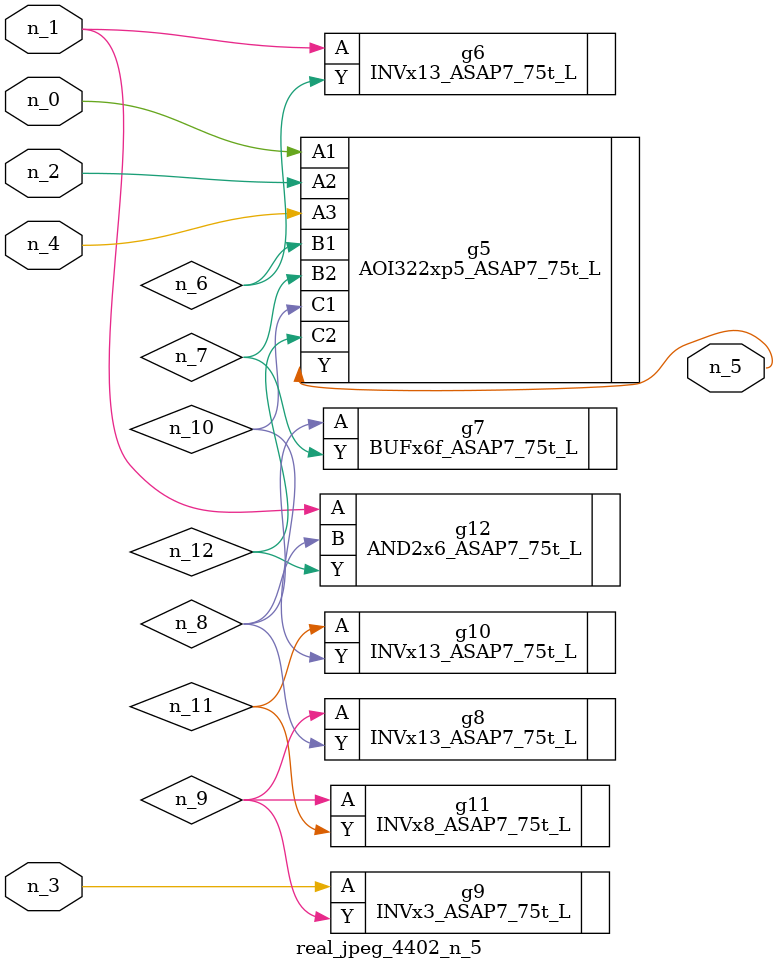
<source format=v>
module real_jpeg_4402_n_5 (n_4, n_0, n_1, n_2, n_3, n_5);

input n_4;
input n_0;
input n_1;
input n_2;
input n_3;

output n_5;

wire n_12;
wire n_8;
wire n_11;
wire n_6;
wire n_7;
wire n_10;
wire n_9;

AOI322xp5_ASAP7_75t_L g5 ( 
.A1(n_0),
.A2(n_2),
.A3(n_4),
.B1(n_6),
.B2(n_7),
.C1(n_10),
.C2(n_12),
.Y(n_5)
);

INVx13_ASAP7_75t_L g6 ( 
.A(n_1),
.Y(n_6)
);

AND2x6_ASAP7_75t_L g12 ( 
.A(n_1),
.B(n_8),
.Y(n_12)
);

INVx3_ASAP7_75t_L g9 ( 
.A(n_3),
.Y(n_9)
);

BUFx6f_ASAP7_75t_L g7 ( 
.A(n_8),
.Y(n_7)
);

INVx13_ASAP7_75t_L g8 ( 
.A(n_9),
.Y(n_8)
);

INVx8_ASAP7_75t_L g11 ( 
.A(n_9),
.Y(n_11)
);

INVx13_ASAP7_75t_L g10 ( 
.A(n_11),
.Y(n_10)
);


endmodule
</source>
